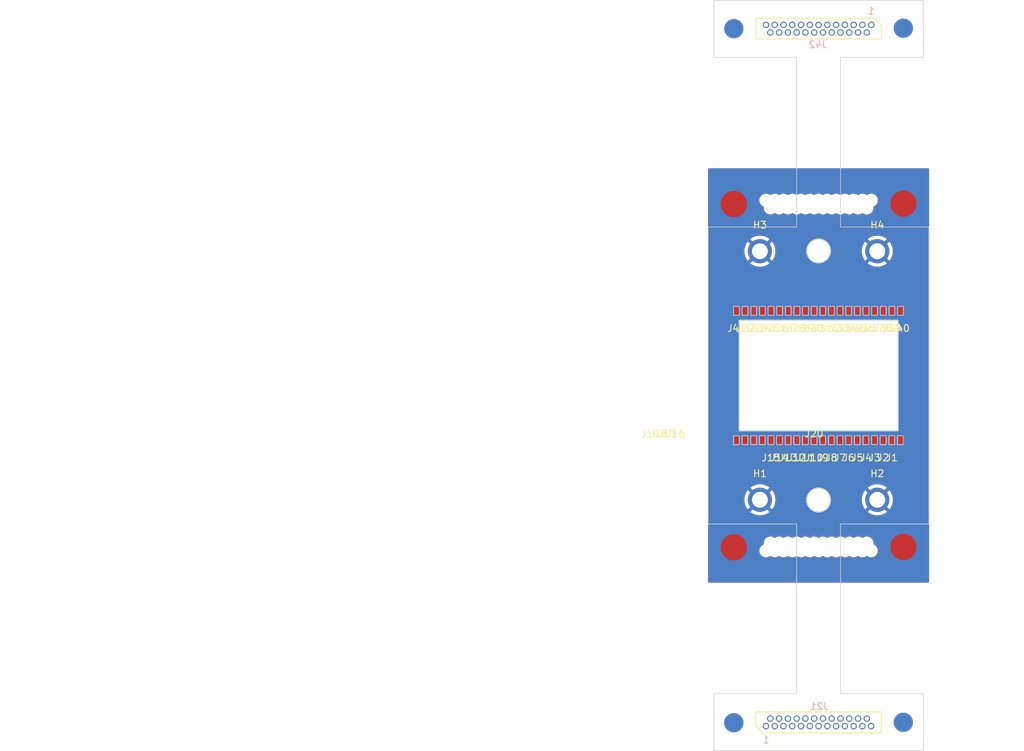
<source format=kicad_pcb>
(kicad_pcb (version 20221018) (generator pcbnew)
  (layers (0 "F.Cu" signal) (1 "In1.Cu" signal) (2 "In2.Cu" signal) (31 "B.Cu" signal) (34 "B.Paste" user) (35 "F.Paste" user) (36 "B.SilkS" user "B.Silkscreen") (37 "F.SilkS" user "F.Silkscreen") (38 "B.Mask" user) (39 "F.Mask" user) (44 "Edge.Cuts" user))
  (net 0 "")
  (net 1 "Net-(J22-Pin_1)")
  (net 2 "Net-(J23-Pin_1)")
  (net 3 "Net-(J24-Pin_1)")
  (net 4 "Net-(J25-Pin_1)")
  (net 5 "Net-(J26-Pin_1)")
  (net 6 "Net-(J27-Pin_1)")
  (net 7 "Net-(J28-Pin_1)")
  (net 8 "Net-(J29-Pin_1)")
  (net 9 "Net-(J30-Pin_1)")
  (net 10 "Net-(J31-Pin_1)")
  (net 11 "Net-(J32-Pin_1)")
  (net 12 "Net-(J33-Pin_1)")
  (net 13 "Net-(J34-Pin_1)")
  (net 14 "Net-(J35-Pin_1)")
  (net 15 "Net-(J36-Pin_1)")
  (net 16 "Net-(J37-Pin_1)")
  (net 17 "Net-(J38-Pin_1)")
  (net 18 "Net-(J39-Pin_1)")
  (net 19 "Net-(J40-Pin_1)")
  (net 20 "Net-(J41-Pin_1)")
  (net 21 "GND")
  (net 22 "Net-(J1-Pin_1)")
  (net 23 "Net-(J2-Pin_1)")
  (net 24 "Net-(J3-Pin_1)")
  (net 25 "Net-(J21-P21)")
  (net 26 "Net-(J5-Pin_1)")
  (net 27 "Net-(J21-P20)")
  (net 28 "Net-(J7-Pin_1)")
  (net 29 "Net-(J21-P19)")
  (net 30 "Net-(J9-Pin_1)")
  (net 31 "Net-(J10-Pin_1)")
  (net 32 "Net-(J11-Pin_1)")
  (net 33 "Net-(J12-Pin_1)")
  (net 34 "Net-(J13-Pin_1)")
  (net 35 "Net-(J14-Pin_1)")
  (net 36 "Net-(J15-Pin_1)")
  (net 37 "Net-(J16-Pin_1)")
  (net 38 "Net-(J17-Pin_1)")
  (net 39 "Net-(J18-Pin_1)")
  (net 40 "Net-(J19-Pin_1)")
  (net 41 "Net-(J20-Pin_1)")
  (footprint "0_footprint_Library:SolderWirePad_1x01_SMD_0.5x0.5mm" (layer "F.Cu") (at 19.11 20.63 180)
    (fp_text reference "J33" (at 0 -2.54) (layer "F.SilkS"))
    (fp_text value "Conn_01x01_Socket")
    (pad "1" smd rect (at 0 0 180) (size 0.75 1.2) (layers "F.Cu" "F.Paste" "F.Mask") (net 12 "Net-(J33-Pin_1)"))
  )
  (footprint "0_footprint_Library:SolderWirePad_1x01_SMD_0.5x0.5mm" (layer "F.Cu") (at 17.86 20.63 180)
    (fp_text reference "J32" (at 0 -2.54) (layer "F.SilkS"))
    (fp_text value "Conn_01x01_Socket")
    (pad "1" smd rect (at 0 0 180) (size 0.75 1.2) (layers "F.Cu" "F.Paste" "F.Mask") (net 11 "Net-(J32-Pin_1)"))
  )
  (footprint "0_footprint_Library:SolderWirePad_1x01_SMD_0.5x0.5mm" (layer "F.Cu") (at 21.6 39.37 180)
    (fp_text reference "J5" (at 0 -2.54) (layer "F.SilkS"))
    (fp_text value "Conn_01x01_Socket")
    (pad "1" smd rect (at 0 0 180) (size 0.75 1.2) (layers "F.Cu" "F.Paste" "F.Mask") (net 26 "Net-(J5-Pin_1)"))
  )
  (footprint "0_footprint_Library:SolderWirePad_1x01_SMD_0.5x0.5mm" (layer "F.Cu") (at 25.35 39.37 180)
    (fp_text reference "J2" (at 0 -2.54) (layer "F.SilkS"))
    (fp_text value "Conn_01x01_Socket")
    (pad "1" smd rect (at 0 0 180) (size 0.75 1.2) (layers "F.Cu" "F.Paste" "F.Mask") (net 23 "Net-(J2-Pin_1)"))
  )
  (footprint "0_footprint_Library:SolderWirePad_1x01_SMD_0.5x0.5mm" (layer "F.Cu") (at 5.35 39.37 180)
    (fp_text reference "J18" (at 12.5 0.93) (layer "F.SilkS"))
    (fp_text value "Conn_01x01_Socket")
    (pad "1" smd rect (at 0 0 180) (size 0.75 1.2) (layers "F.Cu" "F.Paste" "F.Mask") (net 39 "Net-(J18-Pin_1)"))
  )
  (footprint "0_footprint_Library:SolderWirePad_1x01_SMD_0.5x0.5mm" (layer "F.Cu") (at 16.6 39.37 180)
    (fp_text reference "J9" (at 0 -2.54) (layer "F.SilkS"))
    (fp_text value "Conn_01x01_Socket")
    (pad "1" smd rect (at 0 0 180) (size 0.75 1.2) (layers "F.Cu" "F.Paste" "F.Mask") (net 30 "Net-(J9-Pin_1)"))
  )
  (footprint "0_footprint_Library:SolderWirePad_1x01_SMD_0.5x0.5mm" (layer "F.Cu") (at 11.61 20.63 180)
    (fp_text reference "J27" (at 0 -2.54) (layer "F.SilkS"))
    (fp_text value "Conn_01x01_Socket")
    (pad "1" smd rect (at 0 0 180) (size 0.75 1.2) (layers "F.Cu" "F.Paste" "F.Mask") (net 6 "Net-(J27-Pin_1)"))
  )
  (footprint "0_footprint_Library:MountingHole_3mm_2-56_DIN965_Pad" (layer "F.Cu") (at 7.5 48)
    (fp_text reference "H1" (at 0 -3.8) (layer "F.SilkS"))
    (fp_text value "MountingHole_Pad")
    (pad "1" thru_hole circle (at 0 0) (size 3.5 3.5) (drill 2.3) (layers "*.Cu" "*.Mask") (net 21 "GND"))
  )
  (footprint "0_footprint_Library:SolderWirePad_1x01_SMD_0.5x0.5mm" (layer "F.Cu") (at 10.35 39.37 180)
    (fp_text reference "J14" (at 0 -2.54) (layer "F.SilkS"))
    (fp_text value "Conn_01x01_Socket")
    (pad "1" smd rect (at 0 0 180) (size 0.75 1.2) (layers "F.Cu" "F.Paste" "F.Mask") (net 35 "Net-(J14-Pin_1)"))
  )
  (footprint "0_footprint_Library:SolderWirePad_1x01_SMD_0.5x0.5mm" (layer "F.Cu") (at 5.36 20.63 180)
    (fp_text reference "J22" (at 0 -2.54) (layer "F.SilkS"))
    (fp_text value "Conn_01x01_Socket")
    (pad "1" smd rect (at 0 0 180) (size 0.75 1.2) (layers "F.Cu" "F.Paste" "F.Mask") (net 1 "Net-(J22-Pin_1)"))
  )
  (footprint "0_footprint_Library:SolderWirePad_1x01_SMD_0.5x0.5mm" (layer "F.Cu") (at 22.86 20.63 180)
    (fp_text reference "J36" (at 0 -2.54) (layer "F.SilkS"))
    (fp_text value "Conn_01x01_Socket")
    (pad "1" smd rect (at 0 0 180) (size 0.75 1.2) (layers "F.Cu" "F.Paste" "F.Mask") (net 15 "Net-(J36-Pin_1)"))
  )
  (footprint "0_footprint_Library:MountingHole_3mm_2-56_DIN965_Pad" (layer "F.Cu") (at 7.5 12)
    (fp_text reference "H3" (at 0 -3.8) (layer "F.SilkS"))
    (fp_text value "MountingHole_Pad")
    (pad "1" thru_hole circle (at 0 0) (size 3.5 3.5) (drill 2.3) (layers "*.Cu" "*.Mask") (net 21 "GND"))
  )
  (footprint "0_footprint_Library:SolderWirePad_1x01_SMD_0.5x0.5mm" (layer "F.Cu") (at 10.36 20.63 180)
    (fp_text reference "J26" (at 0 -2.54) (layer "F.SilkS"))
    (fp_text value "Conn_01x01_Socket")
    (pad "1" smd rect (at 0 0 180) (size 0.75 1.2) (layers "F.Cu" "F.Paste" "F.Mask") (net 5 "Net-(J26-Pin_1)"))
  )
  (footprint "0_footprint_Library:SolderWirePad_1x01_SMD_0.5x0.5mm" (layer "F.Cu") (at 4.11 20.63 180)
    (fp_text reference "J41" (at 0 -2.54) (layer "F.SilkS"))
    (fp_text value "Conn_01x01_Socket")
    (pad "1" smd rect (at 0 0 180) (size 0.75 1.2) (layers "F.Cu" "F.Paste" "F.Mask") (net 20 "Net-(J41-Pin_1)"))
  )
  (footprint "0_footprint_Library:SolderWirePad_1x01_SMD_0.5x0.5mm" (layer "F.Cu") (at 24.11 20.63 180)
    (fp_text reference "J37" (at 0 -2.54) (layer "F.SilkS"))
    (fp_text value "Conn_01x01_Socket")
    (pad "1" smd rect (at 0 0 180) (size 0.75 1.2) (layers "F.Cu" "F.Paste" "F.Mask") (net 16 "Net-(J37-Pin_1)"))
  )
  (footprint "0_footprint_Library:MountingHole_3mm_2-56_DIN965_Pad" (layer "F.Cu") (at 24.5 48)
    (fp_text reference "H2" (at 0 -3.8) (layer "F.SilkS"))
    (fp_text value "MountingHole_Pad")
    (pad "1" thru_hole circle (at 0 0) (size 3.5 3.5) (drill 2.3) (layers "*.Cu" "*.Mask") (net 21 "GND"))
  )
  (footprint "0_footprint_Library:SolderWirePad_1x01_SMD_0.5x0.5mm" (layer "F.Cu") (at 14.1 39.37 180)
    (fp_text reference "J11" (at 0 -2.54) (layer "F.SilkS"))
    (fp_text value "Conn_01x01_Socket")
    (pad "1" smd rect (at 0 0 180) (size 0.75 1.2) (layers "F.Cu" "F.Paste" "F.Mask") (net 32 "Net-(J11-Pin_1)"))
  )
  (footprint "0_footprint_Library:SolderWirePad_1x01_SMD_0.5x0.5mm" (layer "F.Cu") (at 24.1 39.37 180)
    (fp_text reference "J3" (at 0 -2.54) (layer "F.SilkS"))
    (fp_text value "Conn_01x01_Socket")
    (pad "1" smd rect (at 0 0 180) (size 0.75 1.2) (layers "F.Cu" "F.Paste" "F.Mask") (net 24 "Net-(J3-Pin_1)"))
  )
  (footprint "0_footprint_Library:SolderWirePad_1x01_SMD_0.5x0.5mm" (layer "F.Cu") (at 11.6 39.37 180)
    (fp_text reference "J13" (at 0 -2.54) (layer "F.SilkS"))
    (fp_text value "Conn_01x01_Socket")
    (pad "1" smd rect (at 0 0 180) (size 0.75 1.2) (layers "F.Cu" "F.Paste" "F.Mask") (net 34 "Net-(J13-Pin_1)"))
  )
  (footprint "0_footprint_Library:SolderWirePad_1x01_SMD_0.5x0.5mm" (layer "F.Cu") (at 12.85 39.37 180)
    (fp_text reference "J12" (at 0 -2.54) (layer "F.SilkS"))
    (fp_text value "Conn_01x01_Socket")
    (pad "1" smd rect (at 0 0 180) (size 0.75 1.2) (layers "F.Cu" "F.Paste" "F.Mask") (net 33 "Net-(J12-Pin_1)"))
  )
  (footprint "0_footprint_Library:SolderWirePad_1x01_SMD_0.5x0.5mm" (layer "F.Cu") (at 19.1 39.37 180)
    (fp_text reference "J7" (at 0 -2.54) (layer "F.SilkS"))
    (fp_text value "Conn_01x01_Socket")
    (pad "1" smd rect (at 0 0 180) (size 0.75 1.2) (layers "F.Cu" "F.Paste" "F.Mask") (net 28 "Net-(J7-Pin_1)"))
  )
  (footprint "0_footprint_Library:SolderWirePad_1x01_SMD_0.5x0.5mm" (layer "F.Cu") (at 17.85 39.37 180)
    (fp_text reference "J8" (at 0 -2.54) (layer "F.SilkS"))
    (fp_text value "Conn_01x01_Socket")
    (pad "1" smd rect (at 0 0 180) (size 0.75 1.2) (layers "F.Cu" "F.Paste" "F.Mask") (net 29 "Net-(J21-P19)"))
  )
  (footprint "0_footprint_Library:SolderWirePad_1x01_SMD_0.5x0.5mm" (layer "F.Cu") (at 9.1 39.37 180)
    (fp_text reference "J15" (at 0 -2.54) (layer "F.SilkS"))
    (fp_text value "Conn_01x01_Socket")
    (pad "1" smd rect (at 0 0 180) (size 0.75 1.2) (layers "F.Cu" "F.Paste" "F.Mask") (net 36 "Net-(J15-Pin_1)"))
  )
  (footprint "0_footprint_Library:SolderWirePad_1x01_SMD_0.5x0.5mm" (layer "F.Cu") (at 20.35 39.37 180)
    (fp_text reference "J6" (at 0 -2.54) (layer "F.SilkS"))
    (fp_text value "Conn_01x01_Socket")
    (pad "1" smd rect (at 0 0 180) (size 0.75 1.2) (layers "F.Cu" "F.Paste" "F.Mask") (net 27 "Net-(J21-P20)"))
  )
  (footprint "0_footprint_Library:SolderWirePad_1x01_SMD_0.5x0.5mm" (layer "F.Cu") (at 22.85 39.37 180)
    (fp_text reference "J4" (at 0 -2.54) (layer "F.SilkS"))
    (fp_text value "Conn_01x01_Socket")
    (pad "1" smd rect (at 0 0 180) (size 0.75 1.2) (layers "F.Cu" "F.Paste" "F.Mask") (net 25 "Net-(J21-P21)"))
  )
  (footprint "0_footprint_Library:SolderWirePad_1x01_SMD_0.5x0.5mm" (layer "F.Cu") (at 20.36 20.63 180)
    (fp_text reference "J34" (at 0 -2.54) (layer "F.SilkS"))
    (fp_text value "Conn_01x01_Socket")
    (pad "1" smd rect (at 0 0 180) (size 0.75 1.2) (layers "F.Cu" "F.Paste" "F.Mask") (net 13 "Net-(J34-Pin_1)"))
  )
  (footprint "0_footprint_Library:SolderWirePad_1x01_SMD_0.5x0.5mm" (layer "F.Cu") (at 6.6 39.37 180)
    (fp_text reference "J17" (at 12.5 0.93) (layer "F.SilkS"))
    (fp_text value "Conn_01x01_Socket")
    (pad "1" smd rect (at 0 0 180) (size 0.75 1.2) (layers "F.Cu" "F.Paste" "F.Mask") (net 38 "Net-(J17-Pin_1)"))
  )
  (footprint "0_footprint_Library:SolderWirePad_1x01_SMD_0.5x0.5mm" (layer "F.Cu") (at 27.86 20.63 180)
    (fp_text reference "J40" (at 0 -2.54) (layer "F.SilkS"))
    (fp_text value "Conn_01x01_Socket")
    (pad "1" smd rect (at 0 0 180) (size 0.75 1.2) (layers "F.Cu" "F.Paste" "F.Mask") (net 19 "Net-(J40-Pin_1)"))
  )
  (footprint "0_footprint_Library:SolderWirePad_1x01_SMD_0.5x0.5mm" (layer "F.Cu") (at 21.61 20.63 180)
    (fp_text reference "J35" (at 0 -2.54) (layer "F.SilkS"))
    (fp_text value "Conn_01x01_Socket")
    (pad "1" smd rect (at 0 0 180) (size 0.75 1.2) (layers "F.Cu" "F.Paste" "F.Mask") (net 14 "Net-(J35-Pin_1)"))
  )
  (footprint "0_footprint_Library:SolderWirePad_1x01_SMD_0.5x0.5mm" (layer "F.Cu") (at 26.61 20.63 180)
    (fp_text reference "J39" (at 0 -2.54) (layer "F.SilkS"))
    (fp_text value "Conn_01x01_Socket")
    (pad "1" smd rect (at 0 0 180) (size 0.75 1.2) (layers "F.Cu" "F.Paste" "F.Mask") (net 18 "Net-(J39-Pin_1)"))
  )
  (footprint "0_footprint_Library:SolderWirePad_1x01_SMD_0.5x0.5mm" (layer "F.Cu") (at 26.6 39.37 180)
    (fp_text reference "J1" (at 0 -2.54) (layer "F.SilkS"))
    (fp_text value "Conn_01x01_Socket")
    (pad "1" smd rect (at 0 0 180) (size 0.75 1.2) (layers "F.Cu" "F.Paste" "F.Mask") (net 22 "Net-(J1-Pin_1)"))
  )
  (footprint "0_footprint_Library:SolderWirePad_1x01_SMD_0.5x0.5mm" (layer "F.Cu") (at 16.61 20.63 180)
    (fp_text reference "J31" (at 0 -2.54) (layer "F.SilkS"))
    (fp_text value "Conn_01x01_Socket")
    (pad "1" smd rect (at 0 0 180) (size 0.75 1.2) (layers "F.Cu" "F.Paste" "F.Mask") (net 10 "Net-(J31-Pin_1)"))
  )
  (footprint "0_footprint_Library:SolderWirePad_1x01_SMD_0.5x0.5mm" (layer "F.Cu") (at 6.61 20.63 180)
    (fp_text reference "J23" (at 0 -2.54) (layer "F.SilkS"))
    (fp_text value "Conn_01x01_Socket")
    (pad "1" smd rect (at 0 0 180) (size 0.75 1.2) (layers "F.Cu" "F.Paste" "F.Mask") (net 2 "Net-(J23-Pin_1)"))
  )
  (footprint "0_footprint_Library:SolderWirePad_1x01_SMD_0.5x0.5mm" (layer "F.Cu") (at 14.11 20.63 180)
    (fp_text reference "J29" (at 0 -2.54) (layer "F.SilkS"))
    (fp_text value "Conn_01x01_Socket")
    (pad "1" smd rect (at 0 0 180) (size 0.75 1.2) (layers "F.Cu" "F.Paste" "F.Mask") (net 8 "Net-(J29-Pin_1)"))
  )
  (footprint "0_footprint_Library:SolderWirePad_1x01_SMD_0.5x0.5mm" (layer "F.Cu") (at 27.85 39.37 180)
    (fp_text reference "J20" (at 12.5 0.93) (layer "F.SilkS"))
    (fp_text value "Conn_01x01_Socket")
    (pad "1" smd rect (at 0 0 180) (size 0.75 1.2) (layers "F.Cu" "F.Paste" "F.Mask") (net 41 "Net-(J20-Pin_1)"))
  )
  (footprint "0_footprint_Library:SolderWirePad_1x01_SMD_0.5x0.5mm" (layer "F.Cu") (at 9.11 20.63 180)
    (fp_text reference "J25" (at 0 -2.54) (layer "F.SilkS"))
    (fp_text value "Conn_01x01_Socket")
    (pad "1" smd rect (at 0 0 180) (size 0.75 1.2) (layers "F.Cu" "F.Paste" "F.Mask") (net 4 "Net-(J25-Pin_1)"))
  )
  (footprint "0_footprint_Library:SolderWirePad_1x01_SMD_0.5x0.5mm" (layer "F.Cu") (at 4.1 39.37 180)
    (fp_text reference "J19" (at 12.5 0.93) (layer "F.SilkS"))
    (fp_text value "Conn_01x01_Socket")
    (pad "1" smd rect (at 0 0 180) (size 0.75 1.2) (layers "F.Cu" "F.Paste" "F.Mask") (net 40 "Net-(J19-Pin_1)"))
  )
  (footprint "0_footprint_Library:SolderWirePad_1x01_SMD_0.5x0.5mm" (layer "F.Cu") (at 12.86 20.63 180)
    (fp_text reference "J28" (at 0 -2.54) (layer "F.SilkS"))
    (fp_text value "Conn_01x01_Socket")
    (pad "1" smd rect (at 0 0 180) (size 0.75 1.2) (layers "F.Cu" "F.Paste" "F.Mask") (net 7 "Net-(J28-Pin_1)"))
  )
  (footprint "0_footprint_Library:SolderWirePad_1x01_SMD_0.5x0.5mm" (layer "F.Cu") (at 7.86 20.63 180)
    (fp_text reference "J24" (at 0 -2.54) (layer "F.SilkS"))
    (fp_text value "Conn_01x01_Socket")
    (pad "1" smd rect (at 0 0 180) (size 0.75 1.2) (layers "F.Cu" "F.Paste" "F.Mask") (net 3 "Net-(J24-Pin_1)"))
  )
  (footprint "0_footprint_Library:SolderWirePad_1x01_SMD_0.5x0.5mm" (layer "F.Cu") (at 15.36 20.63 180)
    (fp_text reference "J30" (at 0 -2.54) (layer "F.SilkS"))
    (fp_text value "Conn_01x01_Socket")
    (pad "1" smd rect (at 0 0 180) (size 0.75 1.2) (layers "F.Cu" "F.Paste" "F.Mask") (net 9 "Net-(J30-Pin_1)"))
  )
  (footprint "0_footprint_Library:SolderWirePad_1x01_SMD_0.5x0.5mm" (layer "F.Cu") (at 15.35 39.37 180)
    (fp_text reference "J10" (at 0 -2.54) (layer "F.SilkS"))
    (fp_text value "Conn_01x01_Socket")
    (pad "1" smd rect (at 0 0 180) (size 0.75 1.2) (layers "F.Cu" "F.Paste" "F.Mask") (net 31 "Net-(J10-Pin_1)"))
  )
  (footprint "0_footprint_Library:SolderWirePad_1x01_SMD_0.5x0.5mm" (layer "F.Cu") (at 7.85 39.37 180)
    (fp_text reference "J16" (at 12.5 0.93) (layer "F.SilkS"))
    (fp_text value "Conn_01x01_Socket")
    (pad "1" smd rect (at 0 0 180) (size 0.75 1.2) (layers "F.Cu" "F.Paste" "F.Mask") (net 37 "Net-(J16-Pin_1)"))
  )
  (footprint "0_footprint_Library:MountingHole_3mm_2-56_DIN965_Pad" (layer "F.Cu") (at 24.5 12)
    (fp_text reference "H4" (at 0 -3.8) (layer "F.SilkS"))
    (fp_text value "MountingHole_Pad")
    (pad "1" thru_hole circle (at 0 0) (size 3.5 3.5) (drill 2.3) (layers "*.Cu" "*.Mask") (net 21 "GND"))
  )
  (footprint "0_footprint_Library:SolderWirePad_1x01_SMD_0.5x0.5mm" (layer "F.Cu") (at 25.36 20.63 180)
    (fp_text reference "J38" (at 0 -2.54) (layer "F.SilkS"))
    (fp_text value "Conn_01x01_Socket")
    (pad "1" smd rect (at 0 0 180) (size 0.75 1.2) (layers "F.Cu" "F.Paste" "F.Mask") (net 17 "Net-(J38-Pin_1)"))
  )
  (footprint "0_footprint_Library:Norcomp-380-025-113L001-microd_Updated" (layer "B.Cu") (at 16 -20.225 180)
    (fp_text reference "J42" (at 0.1 -2.3) (layer "B.SilkS") (effects (justify mirror)))
    (fp_text value "DB25_Plug")
    (fp_text user "1" (at -7.62 2.54) (layer "B.SilkS") (effects (justify mirror)))
    (fp_line (start -9.08 -1.51) (end 9.08 -1.51) (stroke (width 0.15)) (layer "F.SilkS"))
    (fp_line (start -9.08 0.51) (end -9.08 -1.51) (stroke (width 0.15)) (layer "F.SilkS"))
    (fp_line (start -8.08 1.51) (end -9.08 0.51) (stroke (width 0.15)) (layer "F.SilkS"))
    (fp_line (start 9.08 -1.51) (end 9.08 1.51) (stroke (width 0.15)) (layer "F.SilkS"))
    (fp_line (start 9.08 1.51) (end -8.08 1.51) (stroke (width 0.15)) (layer "F.SilkS"))
    (pad "1" thru_hole oval (at -7.62 0.55 180) (size 0.92 0.92) (drill 0.61) (layers "*.Cu" "*.Mask") (net 19 "Net-(J40-Pin_1)"))
    (pad "2" thru_hole oval (at -6.35 0.55 180) (size 0.92 0.92) (drill 0.61) (layers "*.Cu" "*.Mask") (net 17 "Net-(J38-Pin_1)"))
    (pad "3" thru_hole oval (at -5.08 0.55 180) (size 0.92 0.92) (drill 0.61) (layers "*.Cu" "*.Mask") (net 15 "Net-(J36-Pin_1)"))
    (pad "4" thru_hole oval (at -3.81 0.55 180) (size 0.92 0.92) (drill 0.61) (layers "*.Cu" "*.Mask") (net 13 "Net-(J34-Pin_1)"))
    (pad "5" thru_hole oval (at -2.54 0.55 180) (size 0.92 0.92) (drill 0.61) (layers "*.Cu" "*.Mask") (net 11 "Net-(J32-Pin_1)"))
    (pad "6" thru_hole oval (at -1.27 0.55 180) (size 0.92 0.92) (drill 0.61) (layers "*.Cu" "*.Mask") (net 9 "Net-(J30-Pin_1)"))
    (pad "7" thru_hole oval (at 0 0.55 180) (size 0.92 0.92) (drill 0.61) (layers "*.Cu" "*.Mask") (net 7 "Net-(J28-Pin_1)"))
    (pad "8" thru_hole oval (at 1.27 0.55 180) (size 0.92 0.92) (drill 0.61) (layers "*.Cu" "*.Mask") (net 5 "Net-(J26-Pin_1)"))
    (pad "9" thru_hole oval (at 2.54 0.55 180) (size 0.92 0.92) (drill 0.61) (layers "*.Cu" "*.Mask") (net 3 "Net-(J24-Pin_1)"))
    (pad "10" thru_hole oval (at 3.81 0.55 180) (size 0.92 0.92) (drill 0.61) (layers "*.Cu" "*.Mask") (net 1 "Net-(J22-Pin_1)"))
    (pad "11" thru_hole oval (at 5.08 0.55 180) (size 0.92 0.92) (drill 0.61) (layers "*.Cu" "*.Mask"))
    (pad "12" thru_hole oval (at 6.35 0.55 180) (size 0.92 0.92) (drill 0.61) (layers "*.Cu" "*.Mask"))
    (pad "13" thru_hole oval (at 7.62 0.55 180) (size 0.92 0.92) (drill 0.61) (layers "*.Cu" "*.Mask"))
    (pad "14" thru_hole oval (at -6.985 -0.55 180) (size 0.92 0.92) (drill 0.61) (layers "*.Cu" "*.Mask") (net 18 "Net-(J39-Pin_1)"))
    (pad "15" thru_hole oval (at -5.715 -0.55 180) (size 0.92 0.92) (drill 0.61) (layers "*.Cu" "*.Mask") (net 16 "Net-(J37-Pin_1)"))
    (pad "16" thru_hole oval (at -4.445 -0.55 180) (size 0.92 0.92) (drill 0.61) (layers "*.Cu" "*.Mask") (net 14 "Net-(J35-Pin_1)"))
    (pad "17" thru_hole oval (at -3.175 -0.55 180) (size 0.92 0.92) (drill 0.61) (layers "*.Cu" "*.Mask") (net 12 "Net-(J33-Pin_1)"))
    (pad "18" thru_hole oval (at -1.905 -0.55 180) (size 0.92 0.92) (drill 0.61) (layers "*.Cu" "*.Mask") (net 10 "Net-(J31-Pin_1)"))
    (pad "19" thru_hole oval (at -0.635 -0.55 180) (size 0.92 0.92) (drill 0.61) (layers "*.Cu" "*.Mask") (net 8 "Net-(J29-Pin_1)"))
    (pad "20" thru_hole oval (at 0.635 -0.55 180) (size 0.92 0.92) (drill 0.61) (layers "*.Cu" "*.Mask") (net 6 "Net-(J27-Pin_1)"))
    (pad "21" thru_hole oval (at 1.905 -0.55 180) (size 0.92 0.92) (drill 0.61) (layers "*.Cu" "*.Mask") (net 4 "Net-(J25-Pin_1)"))
    (pad "22" thru_hole oval (at 3.175 -0.55 180) (size 0.92 0.92) (drill 0.61) (layers "*.Cu" "*.Mask") (net 2 "Net-(J23-Pin_1)"))
    (pad "23" thru_hole oval (at 4.445 -0.55 180) (size 0.92 0.92) (drill 0.61) (layers "*.Cu" "*.Mask") (net 20 "Net-(J41-Pin_1)"))
    (pad "24" thru_hole oval (at 5.715 -0.55 180) (size 0.92 0.92) (drill 0.61) (layers "*.Cu" "*.Mask"))
    (pad "25" thru_hole oval (at 6.985 -0.55 180) (size 0.92 0.92) (drill 0.61) (layers "*.Cu" "*.Mask"))
    (pad "GND" smd circle (at -12.275 0.06 180) (size 2.8 2.8) (layers "B.Cu" "B.Paste" "B.Mask"))
    (pad "GND" smd circle (at 12.275 0 180) (size 2.8 2.8) (layers "B.Cu" "B.Paste" "B.Mask"))
  )
  (footprint "0_footprint_Library:Norcomp-380-025-113L001-microd_Updated" (layer "B.Cu") (at 15.995 80.225)
    (fp_text reference "J21" (at 0.1 -2.3 180) (layer "B.SilkS") (effects (justify mirror)))
    (fp_text value "DB25_Plug")
    (fp_text user "1" (at -7.62 2.54 180) (layer "B.SilkS") (effects (justify mirror)))
    (fp_line (start -9.08 -1.51) (end 9.08 -1.51) (stroke (width 0.15)) (layer "F.SilkS"))
    (fp_line (start -9.08 0.51) (end -9.08 -1.51) (stroke (width 0.15)) (layer "F.SilkS"))
    (fp_line (start -8.08 1.51) (end -9.08 0.51) (stroke (width 0.15)) (layer "F.SilkS"))
    (fp_line (start 9.08 -1.51) (end 9.08 1.51) (stroke (width 0.15)) (layer "F.SilkS"))
    (fp_line (start 9.08 1.51) (end -8.08 1.51) (stroke (width 0.15)) (layer "F.SilkS"))
    (pad "1" thru_hole oval (at -7.62 0.55) (size 0.92 0.92) (drill 0.61) (layers "*.Cu" "*.Mask") (net 40 "Net-(J19-Pin_1)"))
    (pad "2" thru_hole oval (at -6.35 0.55) (size 0.92 0.92) (drill 0.61) (layers "*.Cu" "*.Mask") (net 38 "Net-(J17-Pin_1)"))
    (pad "3" thru_hole oval (at -5.08 0.55) (size 0.92 0.92) (drill 0.61) (layers "*.Cu" "*.Mask") (net 36 "Net-(J15-Pin_1)"))
    (pad "4" thru_hole oval (at -3.81 0.55) (size 0.92 0.92) (drill 0.61) (layers "*.Cu" "*.Mask") (net 34 "Net-(J13-Pin_1)"))
    (pad "5" thru_hole oval (at -2.54 0.55) (size 0.92 0.92) (drill 0.61) (layers "*.Cu" "*.Mask") (net 32 "Net-(J11-Pin_1)"))
    (pad "6" thru_hole oval (at -1.27 0.55) (size 0.92 0.92) (drill 0.61) (layers "*.Cu" "*.Mask") (net 30 "Net-(J9-Pin_1)"))
    (pad "7" thru_hole oval (at 0 0.55) (size 0.92 0.92) (drill 0.61) (layers "*.Cu" "*.Mask") (net 28 "Net-(J7-Pin_1)"))
    (pad "8" thru_hole oval (at 1.27 0.55) (size 0.92 0.92) (drill 0.61) (layers "*.Cu" "*.Mask") (net 26 "Net-(J5-Pin_1)"))
    (pad "9" thru_hole oval (at 2.54 0.55) (size 0.92 0.92) (drill 0.61) (layers "*.Cu" "*.Mask") (net 24 "Net-(J3-Pin_1)"))
    (pad "10" thru_hole oval (at 3.81 0.55) (size 0.92 0.92) (drill 0.61) (layers "*.Cu" "*.Mask") (net 22 "Net-(J1-Pin_1)"))
    (pad "11" thru_hole oval (at 5.08 0.55) (size 0.92 0.92) (drill 0.61) (layers "*.Cu" "*.Mask"))
    (pad "12" thru_hole oval (at 6.35 0.55) (size 0.92 0.92) (drill 0.61) (layers "*.Cu" "*.Mask"))
    (pad "13" thru_hole oval (at 7.62 0.55) (size 0.92 0.92) (drill 0.61) (layers "*.Cu" "*.Mask"))
    (pad "14" thru_hole oval (at -6.985 -0.55) (size 0.92 0.92) (drill 0.61) (layers "*.Cu" "*.Mask") (net 39 "Net-(J18-Pin_1)"))
    (pad "15" thru_hole oval (at -5.715 -0.55) (size 0.92 0.92) (drill 0.61) (layers "*.Cu" "*.Mask") (net 37 "Net-(J16-Pin_1)"))
    (pad "16" thru_hole oval (at -4.445 -0.55) (size 0.92 0.92) (drill 0.61) (layers "*.Cu" "*.Mask") (net 35 "Net-(J14-Pin_1)"))
    (pad "17" thru_hole oval (at -3.175 -0.55) (size 0.92 0.92) (drill 0.61) (layers "*.Cu" "*.Mask") (net 33 "Net-(J12-Pin_1)"))
    (pad "18" thru_hole oval (at -1.905 -0.55) (size 0.92 0.92) (drill 0.61) (layers "*.Cu" "*.Mask") (net 31 "Net-(J10-Pin_1)"))
    (pad "19" thru_hole oval (at -0.635 -0.55) (size 0.92 0.92) (drill 0.61) (layers "*.Cu" "*.Mask") (net 29 "Net-(J21-P19)"))
    (pad "20" thru_hole oval (at 0.635 -0.55) (size 0.92 0.92) (drill 0.61) (layers "*.Cu" "*.Mask") (net 27 "Net-(J21-P20)"))
    (pad "21" thru_hole oval (at 1.905 -0.55) (size 0.92 0.92) (drill 0.61) (layers "*.Cu" "*.Mask") (net 25 "Net-(J21-P21)"))
    (pad "22" thru_hole oval (at 3.175 -0.55) (size 0.92 0.92) (drill 0.61) (layers "*.Cu" "*.Mask") (net 23 "Net-(J2-Pin_1)"))
    (pad "23" thru_hole oval (at 4.445 -0.55) (size 0.92 0.92) (drill 0.61) (layers "*.Cu" "*.Mask") (net 41 "Net-(J20-Pin_1)"))
    (pad "24" thru_hole oval (at 5.715 -0.55) (size 0.92 0.92) (drill 0.61) (layers "*.Cu" "*.Mask"))
    (pad "25" thru_hole oval (at 6.985 -0.55) (size 0.92 0.92) (drill 0.61) (layers "*.Cu" "*.Mask"))
    (pad "GND" smd circle (at -12.275 0.06) (size 2.8 2.8) (layers "B.Cu" "B.Paste" "B.Mask"))
    (pad "GND" smd circle (at 12.275 0) (size 2.8 2.8) (layers "B.Cu" "B.Paste" "B.Mask"))
  )
  (gr_rect (start 13.67 38.72) (end 14.51 40.02) (stroke (width 0.1)) (fill none) (layer "Edge.Cuts"))
  (gr_line (start 19.175 56.15) (end 19.175 76.075) (stroke (width 0.1)) (layer "Edge.Cuts"))
  (gr_rect (start 7.44 19.98) (end 8.28 21.28) (stroke (width 0.1)) (fill none) (layer "Edge.Cuts"))
  (gr_rect (start 14.92 38.72) (end 15.76 40.02) (stroke (width 0.1)) (fill none) (layer "Edge.Cuts"))
  (gr_line (start 12.825 8.5) (end 0 8.5) (stroke (width 0.1)) (layer "Edge.Cuts"))
  (gr_rect (start 12.42 38.72) (end 13.26 40.02) (stroke (width 0.1)) (fill none) (layer "Edge.Cuts"))
  (gr_line (start 12.825 3.85) (end 12.825 8.5) (stroke (width 0.1)) (layer "Edge.Cuts"))
  (gr_rect (start 8.67 38.72) (end 9.51 40.02) (stroke (width 0.1)) (fill none) (layer "Edge.Cuts"))
  (gr_line (start 12.825 56.15) (end 12.825 76.075) (stroke (width 0.1)) (layer "Edge.Cuts"))
  (gr_circle (center 16 48.035) (end 17.727 48.035) (stroke (width 0.15)) (fill none) (layer "Edge.Cuts"))
  (gr_rect (start 7.42 38.72) (end 8.26 40.02) (stroke (width 0.1)) (fill none) (layer "Edge.Cuts"))
  (gr_rect (start 9.92 38.72) (end 10.76 40.02) (stroke (width 0.1)) (fill none) (layer "Edge.Cuts"))
  (gr_rect (start 23.69 19.98) (end 24.53 21.28) (stroke (width 0.1)) (fill none) (layer "Edge.Cuts"))
  (gr_line (start 32 51.5) (end 32 8.5) (stroke (width 0.1)) (layer "Edge.Cuts"))
  (gr_rect (start 22.44 19.98) (end 23.28 21.28) (stroke (width 0.1)) (fill none) (layer "Edge.Cuts"))
  (gr_rect (start 24.94 19.98) (end 25.78 21.28) (stroke (width 0.1)) (fill none) (layer "Edge.Cuts"))
  (gr_rect (start 11.17 38.72) (end 12.01 40.02) (stroke (width 0.1)) (fill none) (layer "Edge.Cuts"))
  (gr_rect (start 26.17 38.72) (end 27.01 40.02) (stroke (width 0.1)) (fill none) (layer "Edge.Cuts"))
  (gr_circle (center 16 11.965) (end 14.273 11.965) (stroke (width 0.15)) (fill none) (layer "Edge.Cuts"))
  (gr_rect (start 27.42 38.72) (end 28.26 40.02) (stroke (width 0.1)) (fill none) (layer "Edge.Cuts"))
  (gr_line (start 12.825 76.075) (end 0.825 76.075) (stroke (width 0.1)) (layer "Edge.Cuts"))
  (gr_rect (start 6.19 19.98) (end 7.03 21.28) (stroke (width 0.1)) (fill none) (layer "Edge.Cuts"))
  (gr_rect (start 3.67 38.72) (end 4.51 40.02) (stroke (width 0.1)) (fill none) (layer "Edge.Cuts"))
  (gr_line (start 19.175 56.15) (end 19.175 51.5) (stroke (width 0.1)) (layer "Edge.Cuts"))
  (gr_rect (start 14.94 19.98) (end 15.78 21.28) (stroke (width 0.1)) (fill none) (layer "Edge.Cuts"))
  (gr_rect (start 16.19 19.98) (end 17.03 21.28) (stroke (width 0.1)) (fill none) (layer "Edge.Cuts"))
  (gr_line (start 31.175 -16.075) (end 31.15 -24.325) (stroke (width 0.1)) (layer "Edge.Cuts"))
  (gr_line (start 12.825 3.85) (end 12.825 -16.075) (stroke (width 0.1)) (layer "Edge.Cuts"))
  (gr_rect (start 11.19 19.98) (end 12.03 21.28) (stroke (width 0.1)) (fill none) (layer "Edge.Cuts"))
  (gr_rect (start 21.19 19.98) (end 22.03 21.28) (stroke (width 0.1)) (fill none) (layer "Edge.Cuts"))
  (gr_line (start 31.175 76.075) (end 31.175 84.325) (stroke (width 0.1)) (layer "Edge.Cuts"))
  (gr_rect (start 18.69 19.98) (end 19.53 21.28) (stroke (width 0.1)) (fill none) (layer "Edge.Cuts"))
  (gr_rect (start 4.92 38.72) (end 5.76 40.02) (stroke (width 0.1)) (fill none) (layer "Edge.Cuts"))
  (gr_line (start 32 51.5) (end 19.175 51.5) (stroke (width 0.1)) (layer "Edge.Cuts"))
  (gr_rect (start 4.94 19.98) (end 5.78 21.28) (stroke (width 0.1)) (fill none) (layer "Edge.Cuts"))
  (gr_rect (start 27.44 19.98) (end 28.28 21.28) (stroke (width 0.1)) (fill none) (layer "Edge.Cuts"))
  (gr_rect (start 17.44 19.98) (end 18.28 21.28) (stroke (width 0.1)) (fill none) (layer "Edge.Cuts"))
  (gr_line (start 0.825 -16.075) (end 0.825 -24.325) (stroke (width 0.1)) (layer "Edge.Cuts"))
  (gr_rect (start 22.42 38.72) (end 23.26 40.02) (stroke (width 0.1)) (fill none) (layer "Edge.Cuts"))
  (gr_rect (start 17.42 38.72) (end 18.26 40.02) (stroke (width 0.1)) (fill none) (layer "Edge.Cuts"))
  (gr_rect (start 6.17 38.72) (end 7.01 40.02) (stroke (width 0.1)) (fill none) (layer "Edge.Cuts"))
  (gr_rect (start 3.69 19.98) (end 4.53 21.28) (stroke (width 0.1)) (fill none) (layer "Edge.Cuts"))
  (gr_line (start 19.175 8.5) (end 32 8.5) (stroke (width 0.1)) (layer "Edge.Cuts"))
  (gr_rect (start 9.94 19.98) (end 10.78 21.28) (stroke (width 0.1)) (fill none) (layer "Edge.Cuts"))
  (gr_rect (start 8.69 19.98) (end 9.53 21.28) (stroke (width 0.1)) (fill none) (layer "Edge.Cuts"))
  (gr_rect (start 13.69 19.98) (end 14.53 21.28) (stroke (width 0.1)) (fill none) (layer "Edge.Cuts"))
  (gr_rect (start 19.92 38.72) (end 20.76 40.02) (stroke (width 0.1)) (fill none) (layer "Edge.Cuts"))
  (gr_line (start 0 51.5) (end 0 8.5) (stroke (width 0.1)) (layer "Edge.Cuts"))
  (gr_line (start 0.825 -24.325) (end 31.15 -24.325) (stroke (width 0.1)) (layer "Edge.Cuts"))
  (gr_rect (start 18.67 38.72) (end 19.51 40.02) (stroke (width 0.1)) (fill none) (layer "Edge.Cuts"))
  (gr_line (start 45.72 17.01) (end 45.72 17.01) (stroke (width 0.1)) (layer "Edge.Cuts"))
  (gr_line (start 19.175 76.075) (end 31.175 76.075) (stroke (width 0.1)) (layer "Edge.Cuts"))
  (gr_line (start 31.175 84.325) (end 0.85 84.325) (stroke (width 0.1)) (layer "Edge.Cuts"))
  (gr_rect (start 23.67 38.72) (end 24.51 40.02) (stroke (width 0.1)) (fill none) (layer "Edge.Cuts"))
  (gr_rect (start 26.19 19.98) (end 27.03 21.28) (stroke (width 0.1)) (fill none) (layer "Edge.Cuts"))
  (gr_line (start 12.825 56.15) (end 12.825 51.5) (stroke (width 0.1)) (layer "Edge.Cuts"))
  (gr_rect (start 21.17 38.72) (end 22.01 40.02) (stroke (width 0.1)) (fill none) (layer "Edge.Cuts"))
  (gr_line (start 0.825 76.075) (end 0.85 84.325) (stroke (width 0.1)) (layer "Edge.Cuts"))
  (gr_line (start 19.175 3.85) (end 19.175 -16.075) (stroke (width 0.1)) (layer "Edge.Cuts"))
  (gr_rect (start 4.5 22) (end 27.5 38) (stroke (width 0.15)) (fill none) (layer "Edge.Cuts"))
  (gr_rect (start 16.17 38.72) (end 17.01 40.02) (stroke (width 0.1)) (fill none) (layer "Edge.Cuts"))
  (gr_rect (start 12.44 19.98) (end 13.28 21.28) (stroke (width 0.1)) (fill none) (layer "Edge.Cuts"))
  (gr_line (start 19.175 3.85) (end 19.175 8.5) (stroke (width 0.1)) (layer "Edge.Cuts"))
  (gr_rect (start 24.92 38.72) (end 25.76 40.02) (stroke (width 0.1)) (fill none) (layer "Edge.Cuts"))
  (gr_line (start 12.825 51.5) (end 0 51.5) (stroke (width 0.1)) (layer "Edge.Cuts"))
  (gr_line (start 12.825 -16.075) (end 0.825 -16.075) (stroke (width 0.1)) (layer "Edge.Cuts"))
  (gr_rect (start 19.94 19.98) (end 20.78 21.28) (stroke (width 0.1)) (fill none) (layer "Edge.Cuts"))
  (gr_line (start 19.175 -16.075) (end 31.175 -16.075) (stroke (width 0.1)) (layer "Edge.Cuts"))
  (zone (net 21) (net_name "GND") (layers "F.Cu" "In1.Cu" "In2.Cu" "B.Cu") (priority 1) (connect_pads (clearance 0.5)) (min_thickness 0.25) (fill yes (thermal_gap 0.5) (thermal_bridge_width 0.5))
    (polygon (pts (xy -5.5 -2.3) (xy 36.43 -3.29) (xy 35.51 66.83) (xy -6.42 65.19)))
  )
)
</source>
